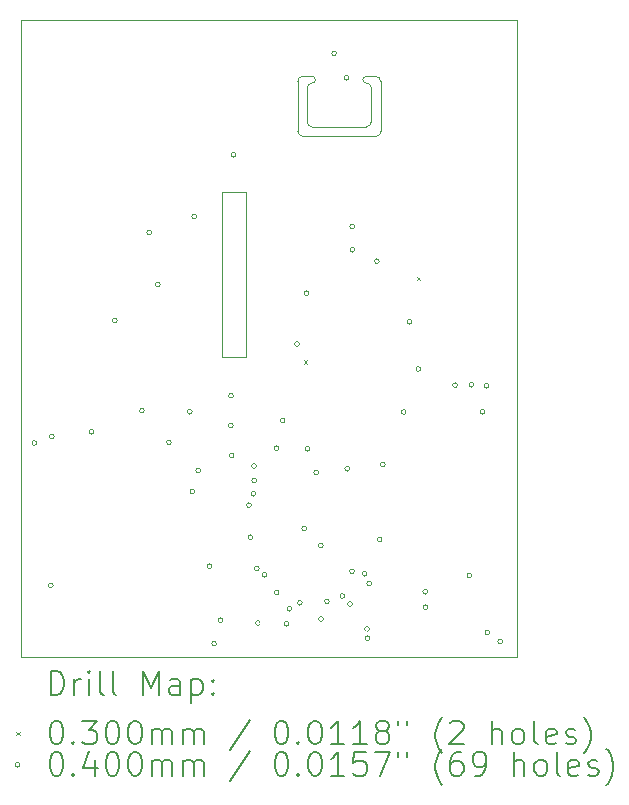
<source format=gbr>
%TF.GenerationSoftware,KiCad,Pcbnew,7.0.6*%
%TF.CreationDate,2023-07-10T12:59:03+01:00*%
%TF.ProjectId,wireless_rainmeter_42x54x1_6mm,77697265-6c65-4737-935f-7261696e6d65,5.3*%
%TF.SameCoordinates,Original*%
%TF.FileFunction,Drillmap*%
%TF.FilePolarity,Positive*%
%FSLAX45Y45*%
G04 Gerber Fmt 4.5, Leading zero omitted, Abs format (unit mm)*
G04 Created by KiCad (PCBNEW 7.0.6) date 2023-07-10 12:59:03*
%MOMM*%
%LPD*%
G01*
G04 APERTURE LIST*
%ADD10C,0.100000*%
%ADD11C,0.200000*%
%ADD12C,0.030000*%
%ADD13C,0.040000*%
G04 APERTURE END LIST*
D10*
X18133000Y-5381500D02*
X22337000Y-5381500D01*
X22337000Y-10778500D01*
X18133000Y-10778500D01*
X18133000Y-5381500D01*
X19834500Y-6835000D02*
X20038000Y-6835000D01*
X20038000Y-8238500D01*
X19834500Y-8238500D01*
X19834500Y-6835000D01*
X20560052Y-5958476D02*
X20560003Y-6244476D01*
X21103330Y-5956691D02*
G75*
G03*
X21060274Y-5915691I-41044J5D01*
G01*
X21182345Y-5899724D02*
G75*
G03*
X21139299Y-5858725I-41078J-31D01*
G01*
X20560011Y-6244476D02*
G75*
G03*
X20603052Y-6285476I41039J-10D01*
G01*
X21061274Y-6285732D02*
G75*
G03*
X21102274Y-6242691I12J41037D01*
G01*
X21103323Y-5956691D02*
X21102274Y-6242691D01*
X20521000Y-5858044D02*
X20601000Y-5858000D01*
X21143234Y-6367013D02*
G75*
G03*
X21184234Y-6323959I2J41047D01*
G01*
X21061274Y-6285740D02*
X20603052Y-6285476D01*
X21060274Y-5858264D02*
G75*
G03*
X21060274Y-5915691I-2J-28714D01*
G01*
X21184234Y-6323959D02*
X21182347Y-5899724D01*
X20523717Y-6365579D02*
X21143234Y-6367007D01*
X20601000Y-5915427D02*
G75*
G03*
X20601000Y-5858000I0J28714D01*
G01*
X20521000Y-5858046D02*
G75*
G03*
X20480000Y-5901093I-30J-41020D01*
G01*
X20480667Y-6324579D02*
G75*
G03*
X20523717Y-6365579I41023J-27D01*
G01*
X20480052Y-5901093D02*
X20480668Y-6324579D01*
X21139299Y-5858724D02*
X21060274Y-5858264D01*
X20601000Y-5915428D02*
G75*
G03*
X20560000Y-5958476I10J-41058D01*
G01*
D11*
D12*
X20530000Y-8262000D02*
X20560000Y-8292000D01*
X20560000Y-8262000D02*
X20530000Y-8292000D01*
X21486000Y-7553000D02*
X21516000Y-7583000D01*
X21516000Y-7553000D02*
X21486000Y-7583000D01*
D13*
X18269485Y-8962495D02*
G75*
G03*
X18269485Y-8962495I-20000J0D01*
G01*
X18408985Y-10167045D02*
G75*
G03*
X18408985Y-10167045I-20000J0D01*
G01*
X18416985Y-8907000D02*
G75*
G03*
X18416985Y-8907000I-20000J0D01*
G01*
X18752633Y-8868445D02*
G75*
G03*
X18752633Y-8868445I-20000J0D01*
G01*
X18951500Y-7925250D02*
G75*
G03*
X18951500Y-7925250I-20000J0D01*
G01*
X19181000Y-8689000D02*
G75*
G03*
X19181000Y-8689000I-20000J0D01*
G01*
X19242250Y-7179000D02*
G75*
G03*
X19242250Y-7179000I-20000J0D01*
G01*
X19315250Y-7622000D02*
G75*
G03*
X19315250Y-7622000I-20000J0D01*
G01*
X19409000Y-8957000D02*
G75*
G03*
X19409000Y-8957000I-20000J0D01*
G01*
X19586000Y-8698000D02*
G75*
G03*
X19586000Y-8698000I-20000J0D01*
G01*
X19607985Y-9373995D02*
G75*
G03*
X19607985Y-9373995I-20000J0D01*
G01*
X19623250Y-7044000D02*
G75*
G03*
X19623250Y-7044000I-20000J0D01*
G01*
X19656985Y-9194995D02*
G75*
G03*
X19656985Y-9194995I-20000J0D01*
G01*
X19751485Y-10004495D02*
G75*
G03*
X19751485Y-10004495I-20000J0D01*
G01*
X19791985Y-10661995D02*
G75*
G03*
X19791985Y-10661995I-20000J0D01*
G01*
X19846985Y-10461995D02*
G75*
G03*
X19846985Y-10461995I-20000J0D01*
G01*
X19932985Y-8812995D02*
G75*
G03*
X19932985Y-8812995I-20000J0D01*
G01*
X19935000Y-8562000D02*
G75*
G03*
X19935000Y-8562000I-20000J0D01*
G01*
X19939985Y-9068995D02*
G75*
G03*
X19939985Y-9068995I-20000J0D01*
G01*
X19956000Y-6522000D02*
G75*
G03*
X19956000Y-6522000I-20000J0D01*
G01*
X20086985Y-9488995D02*
G75*
G03*
X20086985Y-9488995I-20000J0D01*
G01*
X20097985Y-9759995D02*
G75*
G03*
X20097985Y-9759995I-20000J0D01*
G01*
X20123510Y-9392470D02*
G75*
G03*
X20123510Y-9392470I-20000J0D01*
G01*
X20129985Y-9157995D02*
G75*
G03*
X20129985Y-9157995I-20000J0D01*
G01*
X20130985Y-9279995D02*
G75*
G03*
X20130985Y-9279995I-20000J0D01*
G01*
X20152595Y-10024843D02*
G75*
G03*
X20152595Y-10024843I-20000J0D01*
G01*
X20161985Y-10486995D02*
G75*
G03*
X20161985Y-10486995I-20000J0D01*
G01*
X20219985Y-10078995D02*
G75*
G03*
X20219985Y-10078995I-20000J0D01*
G01*
X20319435Y-9005640D02*
G75*
G03*
X20319435Y-9005640I-20000J0D01*
G01*
X20321985Y-10229995D02*
G75*
G03*
X20321985Y-10229995I-20000J0D01*
G01*
X20371985Y-8772995D02*
G75*
G03*
X20371985Y-8772995I-20000J0D01*
G01*
X20404985Y-10491995D02*
G75*
G03*
X20404985Y-10491995I-20000J0D01*
G01*
X20429000Y-10366000D02*
G75*
G03*
X20429000Y-10366000I-20000J0D01*
G01*
X20494000Y-8124000D02*
G75*
G03*
X20494000Y-8124000I-20000J0D01*
G01*
X20518000Y-10316000D02*
G75*
G03*
X20518000Y-10316000I-20000J0D01*
G01*
X20554985Y-9685995D02*
G75*
G03*
X20554985Y-9685995I-20000J0D01*
G01*
X20574000Y-7694000D02*
G75*
G03*
X20574000Y-7694000I-20000J0D01*
G01*
X20583985Y-9011995D02*
G75*
G03*
X20583985Y-9011995I-20000J0D01*
G01*
X20656985Y-9212995D02*
G75*
G03*
X20656985Y-9212995I-20000J0D01*
G01*
X20694985Y-9829995D02*
G75*
G03*
X20694985Y-9829995I-20000J0D01*
G01*
X20697985Y-10452445D02*
G75*
G03*
X20697985Y-10452445I-20000J0D01*
G01*
X20746985Y-10302995D02*
G75*
G03*
X20746985Y-10302995I-20000J0D01*
G01*
X20808000Y-5663000D02*
G75*
G03*
X20808000Y-5663000I-20000J0D01*
G01*
X20877608Y-10257545D02*
G75*
G03*
X20877608Y-10257545I-20000J0D01*
G01*
X20913000Y-5871000D02*
G75*
G03*
X20913000Y-5871000I-20000J0D01*
G01*
X20918985Y-9180995D02*
G75*
G03*
X20918985Y-9180995I-20000J0D01*
G01*
X20942932Y-10325545D02*
G75*
G03*
X20942932Y-10325545I-20000J0D01*
G01*
X20958985Y-10047995D02*
G75*
G03*
X20958985Y-10047995I-20000J0D01*
G01*
X20960500Y-7130750D02*
G75*
G03*
X20960500Y-7130750I-20000J0D01*
G01*
X20961500Y-7326750D02*
G75*
G03*
X20961500Y-7326750I-20000J0D01*
G01*
X21066985Y-10070248D02*
G75*
G03*
X21066985Y-10070248I-20000J0D01*
G01*
X21086985Y-10535995D02*
G75*
G03*
X21086985Y-10535995I-20000J0D01*
G01*
X21089985Y-10614995D02*
G75*
G03*
X21089985Y-10614995I-20000J0D01*
G01*
X21103985Y-10151995D02*
G75*
G03*
X21103985Y-10151995I-20000J0D01*
G01*
X21170000Y-7423000D02*
G75*
G03*
X21170000Y-7423000I-20000J0D01*
G01*
X21193000Y-9779000D02*
G75*
G03*
X21193000Y-9779000I-20000J0D01*
G01*
X21219000Y-9144000D02*
G75*
G03*
X21219000Y-9144000I-20000J0D01*
G01*
X21396000Y-8700000D02*
G75*
G03*
X21396000Y-8700000I-20000J0D01*
G01*
X21446000Y-7937000D02*
G75*
G03*
X21446000Y-7937000I-20000J0D01*
G01*
X21521000Y-8336000D02*
G75*
G03*
X21521000Y-8336000I-20000J0D01*
G01*
X21579000Y-10222000D02*
G75*
G03*
X21579000Y-10222000I-20000J0D01*
G01*
X21581000Y-10353000D02*
G75*
G03*
X21581000Y-10353000I-20000J0D01*
G01*
X21832000Y-8473000D02*
G75*
G03*
X21832000Y-8473000I-20000J0D01*
G01*
X21952985Y-10083995D02*
G75*
G03*
X21952985Y-10083995I-20000J0D01*
G01*
X21969000Y-8470000D02*
G75*
G03*
X21969000Y-8470000I-20000J0D01*
G01*
X22062985Y-8698995D02*
G75*
G03*
X22062985Y-8698995I-20000J0D01*
G01*
X22098000Y-8479000D02*
G75*
G03*
X22098000Y-8479000I-20000J0D01*
G01*
X22105985Y-10565995D02*
G75*
G03*
X22105985Y-10565995I-20000J0D01*
G01*
X22214000Y-10645000D02*
G75*
G03*
X22214000Y-10645000I-20000J0D01*
G01*
D11*
X18388777Y-11094984D02*
X18388777Y-10894984D01*
X18388777Y-10894984D02*
X18436396Y-10894984D01*
X18436396Y-10894984D02*
X18464967Y-10904508D01*
X18464967Y-10904508D02*
X18484015Y-10923555D01*
X18484015Y-10923555D02*
X18493539Y-10942603D01*
X18493539Y-10942603D02*
X18503063Y-10980698D01*
X18503063Y-10980698D02*
X18503063Y-11009270D01*
X18503063Y-11009270D02*
X18493539Y-11047365D01*
X18493539Y-11047365D02*
X18484015Y-11066412D01*
X18484015Y-11066412D02*
X18464967Y-11085460D01*
X18464967Y-11085460D02*
X18436396Y-11094984D01*
X18436396Y-11094984D02*
X18388777Y-11094984D01*
X18588777Y-11094984D02*
X18588777Y-10961650D01*
X18588777Y-10999746D02*
X18598301Y-10980698D01*
X18598301Y-10980698D02*
X18607824Y-10971174D01*
X18607824Y-10971174D02*
X18626872Y-10961650D01*
X18626872Y-10961650D02*
X18645920Y-10961650D01*
X18712586Y-11094984D02*
X18712586Y-10961650D01*
X18712586Y-10894984D02*
X18703063Y-10904508D01*
X18703063Y-10904508D02*
X18712586Y-10914031D01*
X18712586Y-10914031D02*
X18722110Y-10904508D01*
X18722110Y-10904508D02*
X18712586Y-10894984D01*
X18712586Y-10894984D02*
X18712586Y-10914031D01*
X18836396Y-11094984D02*
X18817348Y-11085460D01*
X18817348Y-11085460D02*
X18807824Y-11066412D01*
X18807824Y-11066412D02*
X18807824Y-10894984D01*
X18941158Y-11094984D02*
X18922110Y-11085460D01*
X18922110Y-11085460D02*
X18912586Y-11066412D01*
X18912586Y-11066412D02*
X18912586Y-10894984D01*
X19169729Y-11094984D02*
X19169729Y-10894984D01*
X19169729Y-10894984D02*
X19236396Y-11037841D01*
X19236396Y-11037841D02*
X19303063Y-10894984D01*
X19303063Y-10894984D02*
X19303063Y-11094984D01*
X19484015Y-11094984D02*
X19484015Y-10990222D01*
X19484015Y-10990222D02*
X19474491Y-10971174D01*
X19474491Y-10971174D02*
X19455444Y-10961650D01*
X19455444Y-10961650D02*
X19417348Y-10961650D01*
X19417348Y-10961650D02*
X19398301Y-10971174D01*
X19484015Y-11085460D02*
X19464967Y-11094984D01*
X19464967Y-11094984D02*
X19417348Y-11094984D01*
X19417348Y-11094984D02*
X19398301Y-11085460D01*
X19398301Y-11085460D02*
X19388777Y-11066412D01*
X19388777Y-11066412D02*
X19388777Y-11047365D01*
X19388777Y-11047365D02*
X19398301Y-11028317D01*
X19398301Y-11028317D02*
X19417348Y-11018793D01*
X19417348Y-11018793D02*
X19464967Y-11018793D01*
X19464967Y-11018793D02*
X19484015Y-11009270D01*
X19579253Y-10961650D02*
X19579253Y-11161650D01*
X19579253Y-10971174D02*
X19598301Y-10961650D01*
X19598301Y-10961650D02*
X19636396Y-10961650D01*
X19636396Y-10961650D02*
X19655444Y-10971174D01*
X19655444Y-10971174D02*
X19664967Y-10980698D01*
X19664967Y-10980698D02*
X19674491Y-10999746D01*
X19674491Y-10999746D02*
X19674491Y-11056889D01*
X19674491Y-11056889D02*
X19664967Y-11075936D01*
X19664967Y-11075936D02*
X19655444Y-11085460D01*
X19655444Y-11085460D02*
X19636396Y-11094984D01*
X19636396Y-11094984D02*
X19598301Y-11094984D01*
X19598301Y-11094984D02*
X19579253Y-11085460D01*
X19760205Y-11075936D02*
X19769729Y-11085460D01*
X19769729Y-11085460D02*
X19760205Y-11094984D01*
X19760205Y-11094984D02*
X19750682Y-11085460D01*
X19750682Y-11085460D02*
X19760205Y-11075936D01*
X19760205Y-11075936D02*
X19760205Y-11094984D01*
X19760205Y-10971174D02*
X19769729Y-10980698D01*
X19769729Y-10980698D02*
X19760205Y-10990222D01*
X19760205Y-10990222D02*
X19750682Y-10980698D01*
X19750682Y-10980698D02*
X19760205Y-10971174D01*
X19760205Y-10971174D02*
X19760205Y-10990222D01*
D12*
X18098000Y-11408500D02*
X18128000Y-11438500D01*
X18128000Y-11408500D02*
X18098000Y-11438500D01*
D11*
X18426872Y-11314984D02*
X18445920Y-11314984D01*
X18445920Y-11314984D02*
X18464967Y-11324508D01*
X18464967Y-11324508D02*
X18474491Y-11334031D01*
X18474491Y-11334031D02*
X18484015Y-11353079D01*
X18484015Y-11353079D02*
X18493539Y-11391174D01*
X18493539Y-11391174D02*
X18493539Y-11438793D01*
X18493539Y-11438793D02*
X18484015Y-11476888D01*
X18484015Y-11476888D02*
X18474491Y-11495936D01*
X18474491Y-11495936D02*
X18464967Y-11505460D01*
X18464967Y-11505460D02*
X18445920Y-11514984D01*
X18445920Y-11514984D02*
X18426872Y-11514984D01*
X18426872Y-11514984D02*
X18407824Y-11505460D01*
X18407824Y-11505460D02*
X18398301Y-11495936D01*
X18398301Y-11495936D02*
X18388777Y-11476888D01*
X18388777Y-11476888D02*
X18379253Y-11438793D01*
X18379253Y-11438793D02*
X18379253Y-11391174D01*
X18379253Y-11391174D02*
X18388777Y-11353079D01*
X18388777Y-11353079D02*
X18398301Y-11334031D01*
X18398301Y-11334031D02*
X18407824Y-11324508D01*
X18407824Y-11324508D02*
X18426872Y-11314984D01*
X18579253Y-11495936D02*
X18588777Y-11505460D01*
X18588777Y-11505460D02*
X18579253Y-11514984D01*
X18579253Y-11514984D02*
X18569729Y-11505460D01*
X18569729Y-11505460D02*
X18579253Y-11495936D01*
X18579253Y-11495936D02*
X18579253Y-11514984D01*
X18655444Y-11314984D02*
X18779253Y-11314984D01*
X18779253Y-11314984D02*
X18712586Y-11391174D01*
X18712586Y-11391174D02*
X18741158Y-11391174D01*
X18741158Y-11391174D02*
X18760205Y-11400698D01*
X18760205Y-11400698D02*
X18769729Y-11410222D01*
X18769729Y-11410222D02*
X18779253Y-11429269D01*
X18779253Y-11429269D02*
X18779253Y-11476888D01*
X18779253Y-11476888D02*
X18769729Y-11495936D01*
X18769729Y-11495936D02*
X18760205Y-11505460D01*
X18760205Y-11505460D02*
X18741158Y-11514984D01*
X18741158Y-11514984D02*
X18684015Y-11514984D01*
X18684015Y-11514984D02*
X18664967Y-11505460D01*
X18664967Y-11505460D02*
X18655444Y-11495936D01*
X18903063Y-11314984D02*
X18922110Y-11314984D01*
X18922110Y-11314984D02*
X18941158Y-11324508D01*
X18941158Y-11324508D02*
X18950682Y-11334031D01*
X18950682Y-11334031D02*
X18960205Y-11353079D01*
X18960205Y-11353079D02*
X18969729Y-11391174D01*
X18969729Y-11391174D02*
X18969729Y-11438793D01*
X18969729Y-11438793D02*
X18960205Y-11476888D01*
X18960205Y-11476888D02*
X18950682Y-11495936D01*
X18950682Y-11495936D02*
X18941158Y-11505460D01*
X18941158Y-11505460D02*
X18922110Y-11514984D01*
X18922110Y-11514984D02*
X18903063Y-11514984D01*
X18903063Y-11514984D02*
X18884015Y-11505460D01*
X18884015Y-11505460D02*
X18874491Y-11495936D01*
X18874491Y-11495936D02*
X18864967Y-11476888D01*
X18864967Y-11476888D02*
X18855444Y-11438793D01*
X18855444Y-11438793D02*
X18855444Y-11391174D01*
X18855444Y-11391174D02*
X18864967Y-11353079D01*
X18864967Y-11353079D02*
X18874491Y-11334031D01*
X18874491Y-11334031D02*
X18884015Y-11324508D01*
X18884015Y-11324508D02*
X18903063Y-11314984D01*
X19093539Y-11314984D02*
X19112586Y-11314984D01*
X19112586Y-11314984D02*
X19131634Y-11324508D01*
X19131634Y-11324508D02*
X19141158Y-11334031D01*
X19141158Y-11334031D02*
X19150682Y-11353079D01*
X19150682Y-11353079D02*
X19160205Y-11391174D01*
X19160205Y-11391174D02*
X19160205Y-11438793D01*
X19160205Y-11438793D02*
X19150682Y-11476888D01*
X19150682Y-11476888D02*
X19141158Y-11495936D01*
X19141158Y-11495936D02*
X19131634Y-11505460D01*
X19131634Y-11505460D02*
X19112586Y-11514984D01*
X19112586Y-11514984D02*
X19093539Y-11514984D01*
X19093539Y-11514984D02*
X19074491Y-11505460D01*
X19074491Y-11505460D02*
X19064967Y-11495936D01*
X19064967Y-11495936D02*
X19055444Y-11476888D01*
X19055444Y-11476888D02*
X19045920Y-11438793D01*
X19045920Y-11438793D02*
X19045920Y-11391174D01*
X19045920Y-11391174D02*
X19055444Y-11353079D01*
X19055444Y-11353079D02*
X19064967Y-11334031D01*
X19064967Y-11334031D02*
X19074491Y-11324508D01*
X19074491Y-11324508D02*
X19093539Y-11314984D01*
X19245920Y-11514984D02*
X19245920Y-11381650D01*
X19245920Y-11400698D02*
X19255444Y-11391174D01*
X19255444Y-11391174D02*
X19274491Y-11381650D01*
X19274491Y-11381650D02*
X19303063Y-11381650D01*
X19303063Y-11381650D02*
X19322110Y-11391174D01*
X19322110Y-11391174D02*
X19331634Y-11410222D01*
X19331634Y-11410222D02*
X19331634Y-11514984D01*
X19331634Y-11410222D02*
X19341158Y-11391174D01*
X19341158Y-11391174D02*
X19360205Y-11381650D01*
X19360205Y-11381650D02*
X19388777Y-11381650D01*
X19388777Y-11381650D02*
X19407825Y-11391174D01*
X19407825Y-11391174D02*
X19417348Y-11410222D01*
X19417348Y-11410222D02*
X19417348Y-11514984D01*
X19512586Y-11514984D02*
X19512586Y-11381650D01*
X19512586Y-11400698D02*
X19522110Y-11391174D01*
X19522110Y-11391174D02*
X19541158Y-11381650D01*
X19541158Y-11381650D02*
X19569729Y-11381650D01*
X19569729Y-11381650D02*
X19588777Y-11391174D01*
X19588777Y-11391174D02*
X19598301Y-11410222D01*
X19598301Y-11410222D02*
X19598301Y-11514984D01*
X19598301Y-11410222D02*
X19607825Y-11391174D01*
X19607825Y-11391174D02*
X19626872Y-11381650D01*
X19626872Y-11381650D02*
X19655444Y-11381650D01*
X19655444Y-11381650D02*
X19674491Y-11391174D01*
X19674491Y-11391174D02*
X19684015Y-11410222D01*
X19684015Y-11410222D02*
X19684015Y-11514984D01*
X20074491Y-11305460D02*
X19903063Y-11562603D01*
X20331634Y-11314984D02*
X20350682Y-11314984D01*
X20350682Y-11314984D02*
X20369729Y-11324508D01*
X20369729Y-11324508D02*
X20379253Y-11334031D01*
X20379253Y-11334031D02*
X20388777Y-11353079D01*
X20388777Y-11353079D02*
X20398301Y-11391174D01*
X20398301Y-11391174D02*
X20398301Y-11438793D01*
X20398301Y-11438793D02*
X20388777Y-11476888D01*
X20388777Y-11476888D02*
X20379253Y-11495936D01*
X20379253Y-11495936D02*
X20369729Y-11505460D01*
X20369729Y-11505460D02*
X20350682Y-11514984D01*
X20350682Y-11514984D02*
X20331634Y-11514984D01*
X20331634Y-11514984D02*
X20312587Y-11505460D01*
X20312587Y-11505460D02*
X20303063Y-11495936D01*
X20303063Y-11495936D02*
X20293539Y-11476888D01*
X20293539Y-11476888D02*
X20284015Y-11438793D01*
X20284015Y-11438793D02*
X20284015Y-11391174D01*
X20284015Y-11391174D02*
X20293539Y-11353079D01*
X20293539Y-11353079D02*
X20303063Y-11334031D01*
X20303063Y-11334031D02*
X20312587Y-11324508D01*
X20312587Y-11324508D02*
X20331634Y-11314984D01*
X20484015Y-11495936D02*
X20493539Y-11505460D01*
X20493539Y-11505460D02*
X20484015Y-11514984D01*
X20484015Y-11514984D02*
X20474491Y-11505460D01*
X20474491Y-11505460D02*
X20484015Y-11495936D01*
X20484015Y-11495936D02*
X20484015Y-11514984D01*
X20617348Y-11314984D02*
X20636396Y-11314984D01*
X20636396Y-11314984D02*
X20655444Y-11324508D01*
X20655444Y-11324508D02*
X20664968Y-11334031D01*
X20664968Y-11334031D02*
X20674491Y-11353079D01*
X20674491Y-11353079D02*
X20684015Y-11391174D01*
X20684015Y-11391174D02*
X20684015Y-11438793D01*
X20684015Y-11438793D02*
X20674491Y-11476888D01*
X20674491Y-11476888D02*
X20664968Y-11495936D01*
X20664968Y-11495936D02*
X20655444Y-11505460D01*
X20655444Y-11505460D02*
X20636396Y-11514984D01*
X20636396Y-11514984D02*
X20617348Y-11514984D01*
X20617348Y-11514984D02*
X20598301Y-11505460D01*
X20598301Y-11505460D02*
X20588777Y-11495936D01*
X20588777Y-11495936D02*
X20579253Y-11476888D01*
X20579253Y-11476888D02*
X20569729Y-11438793D01*
X20569729Y-11438793D02*
X20569729Y-11391174D01*
X20569729Y-11391174D02*
X20579253Y-11353079D01*
X20579253Y-11353079D02*
X20588777Y-11334031D01*
X20588777Y-11334031D02*
X20598301Y-11324508D01*
X20598301Y-11324508D02*
X20617348Y-11314984D01*
X20874491Y-11514984D02*
X20760206Y-11514984D01*
X20817348Y-11514984D02*
X20817348Y-11314984D01*
X20817348Y-11314984D02*
X20798301Y-11343555D01*
X20798301Y-11343555D02*
X20779253Y-11362603D01*
X20779253Y-11362603D02*
X20760206Y-11372127D01*
X21064968Y-11514984D02*
X20950682Y-11514984D01*
X21007825Y-11514984D02*
X21007825Y-11314984D01*
X21007825Y-11314984D02*
X20988777Y-11343555D01*
X20988777Y-11343555D02*
X20969729Y-11362603D01*
X20969729Y-11362603D02*
X20950682Y-11372127D01*
X21179253Y-11400698D02*
X21160206Y-11391174D01*
X21160206Y-11391174D02*
X21150682Y-11381650D01*
X21150682Y-11381650D02*
X21141158Y-11362603D01*
X21141158Y-11362603D02*
X21141158Y-11353079D01*
X21141158Y-11353079D02*
X21150682Y-11334031D01*
X21150682Y-11334031D02*
X21160206Y-11324508D01*
X21160206Y-11324508D02*
X21179253Y-11314984D01*
X21179253Y-11314984D02*
X21217349Y-11314984D01*
X21217349Y-11314984D02*
X21236396Y-11324508D01*
X21236396Y-11324508D02*
X21245920Y-11334031D01*
X21245920Y-11334031D02*
X21255444Y-11353079D01*
X21255444Y-11353079D02*
X21255444Y-11362603D01*
X21255444Y-11362603D02*
X21245920Y-11381650D01*
X21245920Y-11381650D02*
X21236396Y-11391174D01*
X21236396Y-11391174D02*
X21217349Y-11400698D01*
X21217349Y-11400698D02*
X21179253Y-11400698D01*
X21179253Y-11400698D02*
X21160206Y-11410222D01*
X21160206Y-11410222D02*
X21150682Y-11419746D01*
X21150682Y-11419746D02*
X21141158Y-11438793D01*
X21141158Y-11438793D02*
X21141158Y-11476888D01*
X21141158Y-11476888D02*
X21150682Y-11495936D01*
X21150682Y-11495936D02*
X21160206Y-11505460D01*
X21160206Y-11505460D02*
X21179253Y-11514984D01*
X21179253Y-11514984D02*
X21217349Y-11514984D01*
X21217349Y-11514984D02*
X21236396Y-11505460D01*
X21236396Y-11505460D02*
X21245920Y-11495936D01*
X21245920Y-11495936D02*
X21255444Y-11476888D01*
X21255444Y-11476888D02*
X21255444Y-11438793D01*
X21255444Y-11438793D02*
X21245920Y-11419746D01*
X21245920Y-11419746D02*
X21236396Y-11410222D01*
X21236396Y-11410222D02*
X21217349Y-11400698D01*
X21331634Y-11314984D02*
X21331634Y-11353079D01*
X21407825Y-11314984D02*
X21407825Y-11353079D01*
X21703063Y-11591174D02*
X21693539Y-11581650D01*
X21693539Y-11581650D02*
X21674491Y-11553079D01*
X21674491Y-11553079D02*
X21664968Y-11534031D01*
X21664968Y-11534031D02*
X21655444Y-11505460D01*
X21655444Y-11505460D02*
X21645920Y-11457841D01*
X21645920Y-11457841D02*
X21645920Y-11419746D01*
X21645920Y-11419746D02*
X21655444Y-11372127D01*
X21655444Y-11372127D02*
X21664968Y-11343555D01*
X21664968Y-11343555D02*
X21674491Y-11324508D01*
X21674491Y-11324508D02*
X21693539Y-11295936D01*
X21693539Y-11295936D02*
X21703063Y-11286412D01*
X21769730Y-11334031D02*
X21779253Y-11324508D01*
X21779253Y-11324508D02*
X21798301Y-11314984D01*
X21798301Y-11314984D02*
X21845920Y-11314984D01*
X21845920Y-11314984D02*
X21864968Y-11324508D01*
X21864968Y-11324508D02*
X21874491Y-11334031D01*
X21874491Y-11334031D02*
X21884015Y-11353079D01*
X21884015Y-11353079D02*
X21884015Y-11372127D01*
X21884015Y-11372127D02*
X21874491Y-11400698D01*
X21874491Y-11400698D02*
X21760206Y-11514984D01*
X21760206Y-11514984D02*
X21884015Y-11514984D01*
X22122111Y-11514984D02*
X22122111Y-11314984D01*
X22207825Y-11514984D02*
X22207825Y-11410222D01*
X22207825Y-11410222D02*
X22198301Y-11391174D01*
X22198301Y-11391174D02*
X22179253Y-11381650D01*
X22179253Y-11381650D02*
X22150682Y-11381650D01*
X22150682Y-11381650D02*
X22131634Y-11391174D01*
X22131634Y-11391174D02*
X22122111Y-11400698D01*
X22331634Y-11514984D02*
X22312587Y-11505460D01*
X22312587Y-11505460D02*
X22303063Y-11495936D01*
X22303063Y-11495936D02*
X22293539Y-11476888D01*
X22293539Y-11476888D02*
X22293539Y-11419746D01*
X22293539Y-11419746D02*
X22303063Y-11400698D01*
X22303063Y-11400698D02*
X22312587Y-11391174D01*
X22312587Y-11391174D02*
X22331634Y-11381650D01*
X22331634Y-11381650D02*
X22360206Y-11381650D01*
X22360206Y-11381650D02*
X22379253Y-11391174D01*
X22379253Y-11391174D02*
X22388777Y-11400698D01*
X22388777Y-11400698D02*
X22398301Y-11419746D01*
X22398301Y-11419746D02*
X22398301Y-11476888D01*
X22398301Y-11476888D02*
X22388777Y-11495936D01*
X22388777Y-11495936D02*
X22379253Y-11505460D01*
X22379253Y-11505460D02*
X22360206Y-11514984D01*
X22360206Y-11514984D02*
X22331634Y-11514984D01*
X22512587Y-11514984D02*
X22493539Y-11505460D01*
X22493539Y-11505460D02*
X22484015Y-11486412D01*
X22484015Y-11486412D02*
X22484015Y-11314984D01*
X22664968Y-11505460D02*
X22645920Y-11514984D01*
X22645920Y-11514984D02*
X22607825Y-11514984D01*
X22607825Y-11514984D02*
X22588777Y-11505460D01*
X22588777Y-11505460D02*
X22579253Y-11486412D01*
X22579253Y-11486412D02*
X22579253Y-11410222D01*
X22579253Y-11410222D02*
X22588777Y-11391174D01*
X22588777Y-11391174D02*
X22607825Y-11381650D01*
X22607825Y-11381650D02*
X22645920Y-11381650D01*
X22645920Y-11381650D02*
X22664968Y-11391174D01*
X22664968Y-11391174D02*
X22674491Y-11410222D01*
X22674491Y-11410222D02*
X22674491Y-11429269D01*
X22674491Y-11429269D02*
X22579253Y-11448317D01*
X22750682Y-11505460D02*
X22769730Y-11514984D01*
X22769730Y-11514984D02*
X22807825Y-11514984D01*
X22807825Y-11514984D02*
X22826872Y-11505460D01*
X22826872Y-11505460D02*
X22836396Y-11486412D01*
X22836396Y-11486412D02*
X22836396Y-11476888D01*
X22836396Y-11476888D02*
X22826872Y-11457841D01*
X22826872Y-11457841D02*
X22807825Y-11448317D01*
X22807825Y-11448317D02*
X22779253Y-11448317D01*
X22779253Y-11448317D02*
X22760206Y-11438793D01*
X22760206Y-11438793D02*
X22750682Y-11419746D01*
X22750682Y-11419746D02*
X22750682Y-11410222D01*
X22750682Y-11410222D02*
X22760206Y-11391174D01*
X22760206Y-11391174D02*
X22779253Y-11381650D01*
X22779253Y-11381650D02*
X22807825Y-11381650D01*
X22807825Y-11381650D02*
X22826872Y-11391174D01*
X22903063Y-11591174D02*
X22912587Y-11581650D01*
X22912587Y-11581650D02*
X22931634Y-11553079D01*
X22931634Y-11553079D02*
X22941158Y-11534031D01*
X22941158Y-11534031D02*
X22950682Y-11505460D01*
X22950682Y-11505460D02*
X22960206Y-11457841D01*
X22960206Y-11457841D02*
X22960206Y-11419746D01*
X22960206Y-11419746D02*
X22950682Y-11372127D01*
X22950682Y-11372127D02*
X22941158Y-11343555D01*
X22941158Y-11343555D02*
X22931634Y-11324508D01*
X22931634Y-11324508D02*
X22912587Y-11295936D01*
X22912587Y-11295936D02*
X22903063Y-11286412D01*
D13*
X18128000Y-11687500D02*
G75*
G03*
X18128000Y-11687500I-20000J0D01*
G01*
D11*
X18426872Y-11578984D02*
X18445920Y-11578984D01*
X18445920Y-11578984D02*
X18464967Y-11588508D01*
X18464967Y-11588508D02*
X18474491Y-11598031D01*
X18474491Y-11598031D02*
X18484015Y-11617079D01*
X18484015Y-11617079D02*
X18493539Y-11655174D01*
X18493539Y-11655174D02*
X18493539Y-11702793D01*
X18493539Y-11702793D02*
X18484015Y-11740888D01*
X18484015Y-11740888D02*
X18474491Y-11759936D01*
X18474491Y-11759936D02*
X18464967Y-11769460D01*
X18464967Y-11769460D02*
X18445920Y-11778984D01*
X18445920Y-11778984D02*
X18426872Y-11778984D01*
X18426872Y-11778984D02*
X18407824Y-11769460D01*
X18407824Y-11769460D02*
X18398301Y-11759936D01*
X18398301Y-11759936D02*
X18388777Y-11740888D01*
X18388777Y-11740888D02*
X18379253Y-11702793D01*
X18379253Y-11702793D02*
X18379253Y-11655174D01*
X18379253Y-11655174D02*
X18388777Y-11617079D01*
X18388777Y-11617079D02*
X18398301Y-11598031D01*
X18398301Y-11598031D02*
X18407824Y-11588508D01*
X18407824Y-11588508D02*
X18426872Y-11578984D01*
X18579253Y-11759936D02*
X18588777Y-11769460D01*
X18588777Y-11769460D02*
X18579253Y-11778984D01*
X18579253Y-11778984D02*
X18569729Y-11769460D01*
X18569729Y-11769460D02*
X18579253Y-11759936D01*
X18579253Y-11759936D02*
X18579253Y-11778984D01*
X18760205Y-11645650D02*
X18760205Y-11778984D01*
X18712586Y-11569460D02*
X18664967Y-11712317D01*
X18664967Y-11712317D02*
X18788777Y-11712317D01*
X18903063Y-11578984D02*
X18922110Y-11578984D01*
X18922110Y-11578984D02*
X18941158Y-11588508D01*
X18941158Y-11588508D02*
X18950682Y-11598031D01*
X18950682Y-11598031D02*
X18960205Y-11617079D01*
X18960205Y-11617079D02*
X18969729Y-11655174D01*
X18969729Y-11655174D02*
X18969729Y-11702793D01*
X18969729Y-11702793D02*
X18960205Y-11740888D01*
X18960205Y-11740888D02*
X18950682Y-11759936D01*
X18950682Y-11759936D02*
X18941158Y-11769460D01*
X18941158Y-11769460D02*
X18922110Y-11778984D01*
X18922110Y-11778984D02*
X18903063Y-11778984D01*
X18903063Y-11778984D02*
X18884015Y-11769460D01*
X18884015Y-11769460D02*
X18874491Y-11759936D01*
X18874491Y-11759936D02*
X18864967Y-11740888D01*
X18864967Y-11740888D02*
X18855444Y-11702793D01*
X18855444Y-11702793D02*
X18855444Y-11655174D01*
X18855444Y-11655174D02*
X18864967Y-11617079D01*
X18864967Y-11617079D02*
X18874491Y-11598031D01*
X18874491Y-11598031D02*
X18884015Y-11588508D01*
X18884015Y-11588508D02*
X18903063Y-11578984D01*
X19093539Y-11578984D02*
X19112586Y-11578984D01*
X19112586Y-11578984D02*
X19131634Y-11588508D01*
X19131634Y-11588508D02*
X19141158Y-11598031D01*
X19141158Y-11598031D02*
X19150682Y-11617079D01*
X19150682Y-11617079D02*
X19160205Y-11655174D01*
X19160205Y-11655174D02*
X19160205Y-11702793D01*
X19160205Y-11702793D02*
X19150682Y-11740888D01*
X19150682Y-11740888D02*
X19141158Y-11759936D01*
X19141158Y-11759936D02*
X19131634Y-11769460D01*
X19131634Y-11769460D02*
X19112586Y-11778984D01*
X19112586Y-11778984D02*
X19093539Y-11778984D01*
X19093539Y-11778984D02*
X19074491Y-11769460D01*
X19074491Y-11769460D02*
X19064967Y-11759936D01*
X19064967Y-11759936D02*
X19055444Y-11740888D01*
X19055444Y-11740888D02*
X19045920Y-11702793D01*
X19045920Y-11702793D02*
X19045920Y-11655174D01*
X19045920Y-11655174D02*
X19055444Y-11617079D01*
X19055444Y-11617079D02*
X19064967Y-11598031D01*
X19064967Y-11598031D02*
X19074491Y-11588508D01*
X19074491Y-11588508D02*
X19093539Y-11578984D01*
X19245920Y-11778984D02*
X19245920Y-11645650D01*
X19245920Y-11664698D02*
X19255444Y-11655174D01*
X19255444Y-11655174D02*
X19274491Y-11645650D01*
X19274491Y-11645650D02*
X19303063Y-11645650D01*
X19303063Y-11645650D02*
X19322110Y-11655174D01*
X19322110Y-11655174D02*
X19331634Y-11674222D01*
X19331634Y-11674222D02*
X19331634Y-11778984D01*
X19331634Y-11674222D02*
X19341158Y-11655174D01*
X19341158Y-11655174D02*
X19360205Y-11645650D01*
X19360205Y-11645650D02*
X19388777Y-11645650D01*
X19388777Y-11645650D02*
X19407825Y-11655174D01*
X19407825Y-11655174D02*
X19417348Y-11674222D01*
X19417348Y-11674222D02*
X19417348Y-11778984D01*
X19512586Y-11778984D02*
X19512586Y-11645650D01*
X19512586Y-11664698D02*
X19522110Y-11655174D01*
X19522110Y-11655174D02*
X19541158Y-11645650D01*
X19541158Y-11645650D02*
X19569729Y-11645650D01*
X19569729Y-11645650D02*
X19588777Y-11655174D01*
X19588777Y-11655174D02*
X19598301Y-11674222D01*
X19598301Y-11674222D02*
X19598301Y-11778984D01*
X19598301Y-11674222D02*
X19607825Y-11655174D01*
X19607825Y-11655174D02*
X19626872Y-11645650D01*
X19626872Y-11645650D02*
X19655444Y-11645650D01*
X19655444Y-11645650D02*
X19674491Y-11655174D01*
X19674491Y-11655174D02*
X19684015Y-11674222D01*
X19684015Y-11674222D02*
X19684015Y-11778984D01*
X20074491Y-11569460D02*
X19903063Y-11826603D01*
X20331634Y-11578984D02*
X20350682Y-11578984D01*
X20350682Y-11578984D02*
X20369729Y-11588508D01*
X20369729Y-11588508D02*
X20379253Y-11598031D01*
X20379253Y-11598031D02*
X20388777Y-11617079D01*
X20388777Y-11617079D02*
X20398301Y-11655174D01*
X20398301Y-11655174D02*
X20398301Y-11702793D01*
X20398301Y-11702793D02*
X20388777Y-11740888D01*
X20388777Y-11740888D02*
X20379253Y-11759936D01*
X20379253Y-11759936D02*
X20369729Y-11769460D01*
X20369729Y-11769460D02*
X20350682Y-11778984D01*
X20350682Y-11778984D02*
X20331634Y-11778984D01*
X20331634Y-11778984D02*
X20312587Y-11769460D01*
X20312587Y-11769460D02*
X20303063Y-11759936D01*
X20303063Y-11759936D02*
X20293539Y-11740888D01*
X20293539Y-11740888D02*
X20284015Y-11702793D01*
X20284015Y-11702793D02*
X20284015Y-11655174D01*
X20284015Y-11655174D02*
X20293539Y-11617079D01*
X20293539Y-11617079D02*
X20303063Y-11598031D01*
X20303063Y-11598031D02*
X20312587Y-11588508D01*
X20312587Y-11588508D02*
X20331634Y-11578984D01*
X20484015Y-11759936D02*
X20493539Y-11769460D01*
X20493539Y-11769460D02*
X20484015Y-11778984D01*
X20484015Y-11778984D02*
X20474491Y-11769460D01*
X20474491Y-11769460D02*
X20484015Y-11759936D01*
X20484015Y-11759936D02*
X20484015Y-11778984D01*
X20617348Y-11578984D02*
X20636396Y-11578984D01*
X20636396Y-11578984D02*
X20655444Y-11588508D01*
X20655444Y-11588508D02*
X20664968Y-11598031D01*
X20664968Y-11598031D02*
X20674491Y-11617079D01*
X20674491Y-11617079D02*
X20684015Y-11655174D01*
X20684015Y-11655174D02*
X20684015Y-11702793D01*
X20684015Y-11702793D02*
X20674491Y-11740888D01*
X20674491Y-11740888D02*
X20664968Y-11759936D01*
X20664968Y-11759936D02*
X20655444Y-11769460D01*
X20655444Y-11769460D02*
X20636396Y-11778984D01*
X20636396Y-11778984D02*
X20617348Y-11778984D01*
X20617348Y-11778984D02*
X20598301Y-11769460D01*
X20598301Y-11769460D02*
X20588777Y-11759936D01*
X20588777Y-11759936D02*
X20579253Y-11740888D01*
X20579253Y-11740888D02*
X20569729Y-11702793D01*
X20569729Y-11702793D02*
X20569729Y-11655174D01*
X20569729Y-11655174D02*
X20579253Y-11617079D01*
X20579253Y-11617079D02*
X20588777Y-11598031D01*
X20588777Y-11598031D02*
X20598301Y-11588508D01*
X20598301Y-11588508D02*
X20617348Y-11578984D01*
X20874491Y-11778984D02*
X20760206Y-11778984D01*
X20817348Y-11778984D02*
X20817348Y-11578984D01*
X20817348Y-11578984D02*
X20798301Y-11607555D01*
X20798301Y-11607555D02*
X20779253Y-11626603D01*
X20779253Y-11626603D02*
X20760206Y-11636127D01*
X21055444Y-11578984D02*
X20960206Y-11578984D01*
X20960206Y-11578984D02*
X20950682Y-11674222D01*
X20950682Y-11674222D02*
X20960206Y-11664698D01*
X20960206Y-11664698D02*
X20979253Y-11655174D01*
X20979253Y-11655174D02*
X21026872Y-11655174D01*
X21026872Y-11655174D02*
X21045920Y-11664698D01*
X21045920Y-11664698D02*
X21055444Y-11674222D01*
X21055444Y-11674222D02*
X21064968Y-11693269D01*
X21064968Y-11693269D02*
X21064968Y-11740888D01*
X21064968Y-11740888D02*
X21055444Y-11759936D01*
X21055444Y-11759936D02*
X21045920Y-11769460D01*
X21045920Y-11769460D02*
X21026872Y-11778984D01*
X21026872Y-11778984D02*
X20979253Y-11778984D01*
X20979253Y-11778984D02*
X20960206Y-11769460D01*
X20960206Y-11769460D02*
X20950682Y-11759936D01*
X21131634Y-11578984D02*
X21264968Y-11578984D01*
X21264968Y-11578984D02*
X21179253Y-11778984D01*
X21331634Y-11578984D02*
X21331634Y-11617079D01*
X21407825Y-11578984D02*
X21407825Y-11617079D01*
X21703063Y-11855174D02*
X21693539Y-11845650D01*
X21693539Y-11845650D02*
X21674491Y-11817079D01*
X21674491Y-11817079D02*
X21664968Y-11798031D01*
X21664968Y-11798031D02*
X21655444Y-11769460D01*
X21655444Y-11769460D02*
X21645920Y-11721841D01*
X21645920Y-11721841D02*
X21645920Y-11683746D01*
X21645920Y-11683746D02*
X21655444Y-11636127D01*
X21655444Y-11636127D02*
X21664968Y-11607555D01*
X21664968Y-11607555D02*
X21674491Y-11588508D01*
X21674491Y-11588508D02*
X21693539Y-11559936D01*
X21693539Y-11559936D02*
X21703063Y-11550412D01*
X21864968Y-11578984D02*
X21826872Y-11578984D01*
X21826872Y-11578984D02*
X21807825Y-11588508D01*
X21807825Y-11588508D02*
X21798301Y-11598031D01*
X21798301Y-11598031D02*
X21779253Y-11626603D01*
X21779253Y-11626603D02*
X21769730Y-11664698D01*
X21769730Y-11664698D02*
X21769730Y-11740888D01*
X21769730Y-11740888D02*
X21779253Y-11759936D01*
X21779253Y-11759936D02*
X21788777Y-11769460D01*
X21788777Y-11769460D02*
X21807825Y-11778984D01*
X21807825Y-11778984D02*
X21845920Y-11778984D01*
X21845920Y-11778984D02*
X21864968Y-11769460D01*
X21864968Y-11769460D02*
X21874491Y-11759936D01*
X21874491Y-11759936D02*
X21884015Y-11740888D01*
X21884015Y-11740888D02*
X21884015Y-11693269D01*
X21884015Y-11693269D02*
X21874491Y-11674222D01*
X21874491Y-11674222D02*
X21864968Y-11664698D01*
X21864968Y-11664698D02*
X21845920Y-11655174D01*
X21845920Y-11655174D02*
X21807825Y-11655174D01*
X21807825Y-11655174D02*
X21788777Y-11664698D01*
X21788777Y-11664698D02*
X21779253Y-11674222D01*
X21779253Y-11674222D02*
X21769730Y-11693269D01*
X21979253Y-11778984D02*
X22017349Y-11778984D01*
X22017349Y-11778984D02*
X22036396Y-11769460D01*
X22036396Y-11769460D02*
X22045920Y-11759936D01*
X22045920Y-11759936D02*
X22064968Y-11731365D01*
X22064968Y-11731365D02*
X22074491Y-11693269D01*
X22074491Y-11693269D02*
X22074491Y-11617079D01*
X22074491Y-11617079D02*
X22064968Y-11598031D01*
X22064968Y-11598031D02*
X22055444Y-11588508D01*
X22055444Y-11588508D02*
X22036396Y-11578984D01*
X22036396Y-11578984D02*
X21998301Y-11578984D01*
X21998301Y-11578984D02*
X21979253Y-11588508D01*
X21979253Y-11588508D02*
X21969730Y-11598031D01*
X21969730Y-11598031D02*
X21960206Y-11617079D01*
X21960206Y-11617079D02*
X21960206Y-11664698D01*
X21960206Y-11664698D02*
X21969730Y-11683746D01*
X21969730Y-11683746D02*
X21979253Y-11693269D01*
X21979253Y-11693269D02*
X21998301Y-11702793D01*
X21998301Y-11702793D02*
X22036396Y-11702793D01*
X22036396Y-11702793D02*
X22055444Y-11693269D01*
X22055444Y-11693269D02*
X22064968Y-11683746D01*
X22064968Y-11683746D02*
X22074491Y-11664698D01*
X22312587Y-11778984D02*
X22312587Y-11578984D01*
X22398301Y-11778984D02*
X22398301Y-11674222D01*
X22398301Y-11674222D02*
X22388777Y-11655174D01*
X22388777Y-11655174D02*
X22369730Y-11645650D01*
X22369730Y-11645650D02*
X22341158Y-11645650D01*
X22341158Y-11645650D02*
X22322111Y-11655174D01*
X22322111Y-11655174D02*
X22312587Y-11664698D01*
X22522110Y-11778984D02*
X22503063Y-11769460D01*
X22503063Y-11769460D02*
X22493539Y-11759936D01*
X22493539Y-11759936D02*
X22484015Y-11740888D01*
X22484015Y-11740888D02*
X22484015Y-11683746D01*
X22484015Y-11683746D02*
X22493539Y-11664698D01*
X22493539Y-11664698D02*
X22503063Y-11655174D01*
X22503063Y-11655174D02*
X22522110Y-11645650D01*
X22522110Y-11645650D02*
X22550682Y-11645650D01*
X22550682Y-11645650D02*
X22569730Y-11655174D01*
X22569730Y-11655174D02*
X22579253Y-11664698D01*
X22579253Y-11664698D02*
X22588777Y-11683746D01*
X22588777Y-11683746D02*
X22588777Y-11740888D01*
X22588777Y-11740888D02*
X22579253Y-11759936D01*
X22579253Y-11759936D02*
X22569730Y-11769460D01*
X22569730Y-11769460D02*
X22550682Y-11778984D01*
X22550682Y-11778984D02*
X22522110Y-11778984D01*
X22703063Y-11778984D02*
X22684015Y-11769460D01*
X22684015Y-11769460D02*
X22674491Y-11750412D01*
X22674491Y-11750412D02*
X22674491Y-11578984D01*
X22855444Y-11769460D02*
X22836396Y-11778984D01*
X22836396Y-11778984D02*
X22798301Y-11778984D01*
X22798301Y-11778984D02*
X22779253Y-11769460D01*
X22779253Y-11769460D02*
X22769730Y-11750412D01*
X22769730Y-11750412D02*
X22769730Y-11674222D01*
X22769730Y-11674222D02*
X22779253Y-11655174D01*
X22779253Y-11655174D02*
X22798301Y-11645650D01*
X22798301Y-11645650D02*
X22836396Y-11645650D01*
X22836396Y-11645650D02*
X22855444Y-11655174D01*
X22855444Y-11655174D02*
X22864968Y-11674222D01*
X22864968Y-11674222D02*
X22864968Y-11693269D01*
X22864968Y-11693269D02*
X22769730Y-11712317D01*
X22941158Y-11769460D02*
X22960206Y-11778984D01*
X22960206Y-11778984D02*
X22998301Y-11778984D01*
X22998301Y-11778984D02*
X23017349Y-11769460D01*
X23017349Y-11769460D02*
X23026872Y-11750412D01*
X23026872Y-11750412D02*
X23026872Y-11740888D01*
X23026872Y-11740888D02*
X23017349Y-11721841D01*
X23017349Y-11721841D02*
X22998301Y-11712317D01*
X22998301Y-11712317D02*
X22969730Y-11712317D01*
X22969730Y-11712317D02*
X22950682Y-11702793D01*
X22950682Y-11702793D02*
X22941158Y-11683746D01*
X22941158Y-11683746D02*
X22941158Y-11674222D01*
X22941158Y-11674222D02*
X22950682Y-11655174D01*
X22950682Y-11655174D02*
X22969730Y-11645650D01*
X22969730Y-11645650D02*
X22998301Y-11645650D01*
X22998301Y-11645650D02*
X23017349Y-11655174D01*
X23093539Y-11855174D02*
X23103063Y-11845650D01*
X23103063Y-11845650D02*
X23122111Y-11817079D01*
X23122111Y-11817079D02*
X23131634Y-11798031D01*
X23131634Y-11798031D02*
X23141158Y-11769460D01*
X23141158Y-11769460D02*
X23150682Y-11721841D01*
X23150682Y-11721841D02*
X23150682Y-11683746D01*
X23150682Y-11683746D02*
X23141158Y-11636127D01*
X23141158Y-11636127D02*
X23131634Y-11607555D01*
X23131634Y-11607555D02*
X23122111Y-11588508D01*
X23122111Y-11588508D02*
X23103063Y-11559936D01*
X23103063Y-11559936D02*
X23093539Y-11550412D01*
M02*

</source>
